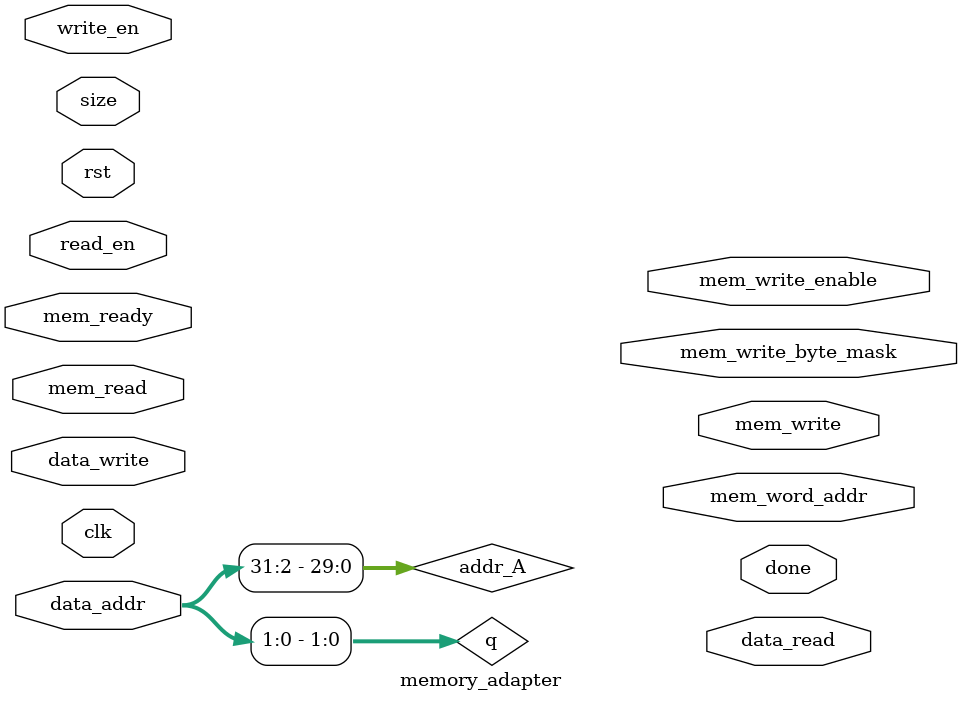
<source format=sv>
module memory_adapter (
    input clk,
    input rst,

    // CPU-size interface
    input  [31:0] data_addr,
    input  [31:0] data_write,
    output [31:0] data_read,
    input  [ 1:0] size,

    input read_en,
    input write_en,

    output done,

    // Memory size interface
    output [29:0] mem_word_addr,
    output [31:0] mem_write,
    input [31:0] mem_read,
    output [3:0] mem_write_byte_mask,
    output mem_write_enable,
    input mem_ready
);
    // Addr mod 4
    wire [1:0] q = data_addr[1:0];

    wire [29:0] addr_A = data_addr[31:2];
    wire [29:0] addr_B = addr_A + 1;
    // Does the misaligned read/write overlap the next word?
    wire needs_B = (size_onehot[1] & (&q)) | (size_onehot[2] & (|q));

    wire [4:0] size_onehot = 3'b1 << size;
endmodule

</source>
